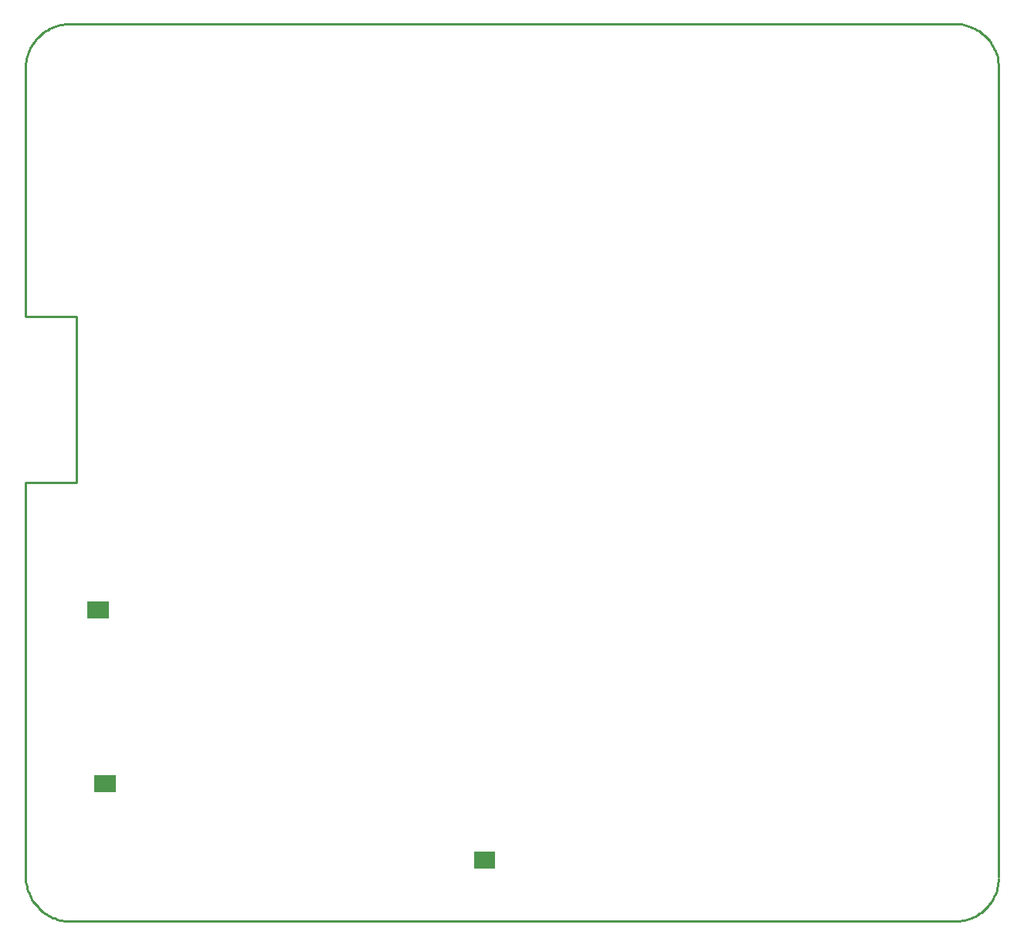
<source format=gko>
%FSTAX23Y23*%
%MOIN*%
%SFA1B1*%

%IPPOS*%
%ADD11C,0.010000*%
%LNesp_gsm_v1.1-1*%
%LPD*%
G36*
X00359Y01307D02*
X00268D01*
Y01382*
X00359*
Y01307*
G37*
G36*
X00389Y00557D02*
X00298D01*
Y00632*
X00389*
Y00557*
G37*
G36*
X02026Y00227D02*
X01935D01*
Y00302*
X02026*
Y00227*
G37*
G54D11*
X042Y0368D02*
X042Y0369D01*
X04199Y037*
X04198Y0371*
X04197Y0372*
X04195Y0373*
X04192Y0374*
X04189Y03749*
X04185Y03759*
X04181Y03768*
X04177Y03777*
X04171Y03786*
X04166Y03795*
X0416Y03803*
X04153Y03811*
X04146Y03818*
X04139Y03825*
X04131Y03832*
X04123Y03838*
X04115Y03844*
X04106Y03849*
X04098Y03854*
X04088Y03858*
X04079Y03862*
X04069Y03866*
X0406Y03869*
X0405Y03871*
X0404Y03873*
X0403Y03874*
X0402Y03875*
X04005Y0D02*
X04015D01*
X04025Y0*
X04034Y00001*
X04044Y00003*
X04054Y00005*
X04064Y00007*
X04073Y0001*
X04082Y00014*
X04091Y00018*
X041Y00022*
X04109Y00027*
X04117Y00033*
X04125Y00039*
X04133Y00045*
X0414Y00052*
X04147Y00059*
X04154Y00066*
X0416Y00074*
X04166Y00082*
X04172Y0009*
X04177Y00099*
X04181Y00108*
X04185Y00117*
X04189Y00126*
X04192Y00135*
X04194Y00145*
X04196Y00155*
X04198Y00165*
X04199Y00175*
X042Y00185*
X0019Y03875D02*
X0018Y03874D01*
X0017Y03873*
X0016Y03872*
X0015Y0387*
X0014Y03868*
X00131Y03865*
X00121Y03862*
X00112Y03858*
X00103Y03854*
X00095Y03849*
X00086Y03844*
X00078Y03838*
X0007Y03832*
X00062Y03826*
X00055Y03819*
X00048Y03812*
X00042Y03804*
X00036Y03796*
X0003Y03788*
X00025Y0378*
X0002Y03771*
X00016Y03762*
X00012Y03753*
X00009Y03743*
X00006Y03734*
X00004Y03724*
X00002Y03714*
X00001Y03704*
X0Y03694*
X0Y03685*
Y002D02*
X0Y00189D01*
X0Y0018*
X00001Y0017*
X00003Y0016*
X00005Y0015*
X00008Y0014*
X00011Y00131*
X00015Y00121*
X00019Y00112*
X00023Y00103*
X00028Y00095*
X00033Y00086*
X00039Y00078*
X00046Y0007*
X00052Y00063*
X00059Y00056*
X00066Y00049*
X00074Y00042*
X00082Y00036*
X0009Y00031*
X00099Y00026*
X00108Y00021*
X00117Y00016*
X00126Y00013*
X00135Y00009*
X00145Y00006*
X00155Y00004*
X00165Y00002*
X00175Y00001*
X00185Y0*
X00195Y0*
X042Y03685D02*
Y0019D01*
X00195Y0D02*
X04015D01*
X0Y02611D02*
Y03685D01*
Y002D02*
Y01895D01*
X0022*
Y0261*
X00001D02*
X0022D01*
X0019Y03875D02*
X0402D01*
M02*
</source>
